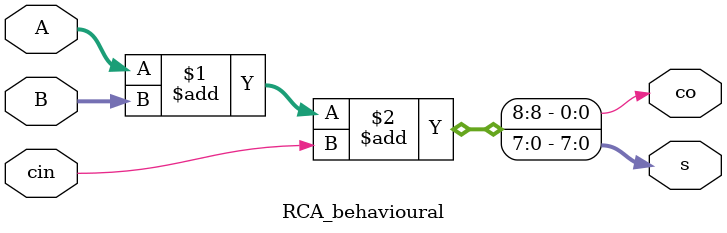
<source format=v>
`timescale 1ns/1ns
module RCA_behavioural #(parameter n = 8) 
	(input [n-1:0] A,B,input cin,output [n-1:0] s, output co);
	assign #(46*n) {co,s} = A + B + cin;
endmodule
</source>
